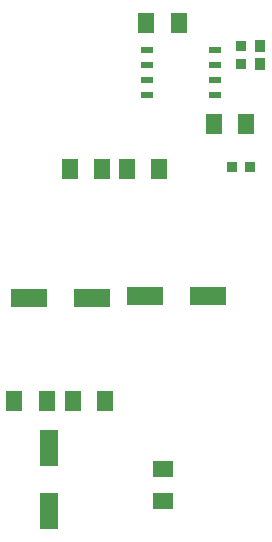
<source format=gbp>
G04*
G04 #@! TF.GenerationSoftware,Altium Limited,Altium Designer,18.1.6 (161)*
G04*
G04 Layer_Color=128*
%FSLAX25Y25*%
%MOIN*%
G70*
G01*
G75*
%ADD14R,0.06496X0.12205*%
%ADD29R,0.03347X0.03740*%
%ADD30R,0.05315X0.07087*%
%ADD31R,0.12205X0.06496*%
%ADD32R,0.03740X0.03937*%
%ADD33R,0.03740X0.03347*%
%ADD34R,0.03898X0.02008*%
%ADD35R,0.07087X0.05315*%
D14*
X26130Y57221D02*
D03*
Y36158D02*
D03*
D29*
X93181Y150689D02*
D03*
X87079D02*
D03*
D30*
X92043Y165189D02*
D03*
X81217D02*
D03*
X58716Y198689D02*
D03*
X69543D02*
D03*
X25543Y72689D02*
D03*
X14717D02*
D03*
X34216D02*
D03*
X45043D02*
D03*
X33217Y150189D02*
D03*
X44043D02*
D03*
X62945D02*
D03*
X52118D02*
D03*
D31*
X58098Y107689D02*
D03*
X79161D02*
D03*
X40661Y107189D02*
D03*
X19598D02*
D03*
D32*
X96630Y185236D02*
D03*
Y191142D02*
D03*
D33*
X90130Y185138D02*
D03*
Y191240D02*
D03*
D34*
X81429Y189689D02*
D03*
Y184689D02*
D03*
Y179689D02*
D03*
Y174689D02*
D03*
X58831Y189689D02*
D03*
Y184689D02*
D03*
Y179689D02*
D03*
Y174689D02*
D03*
D35*
X64130Y50102D02*
D03*
Y39276D02*
D03*
M02*

</source>
